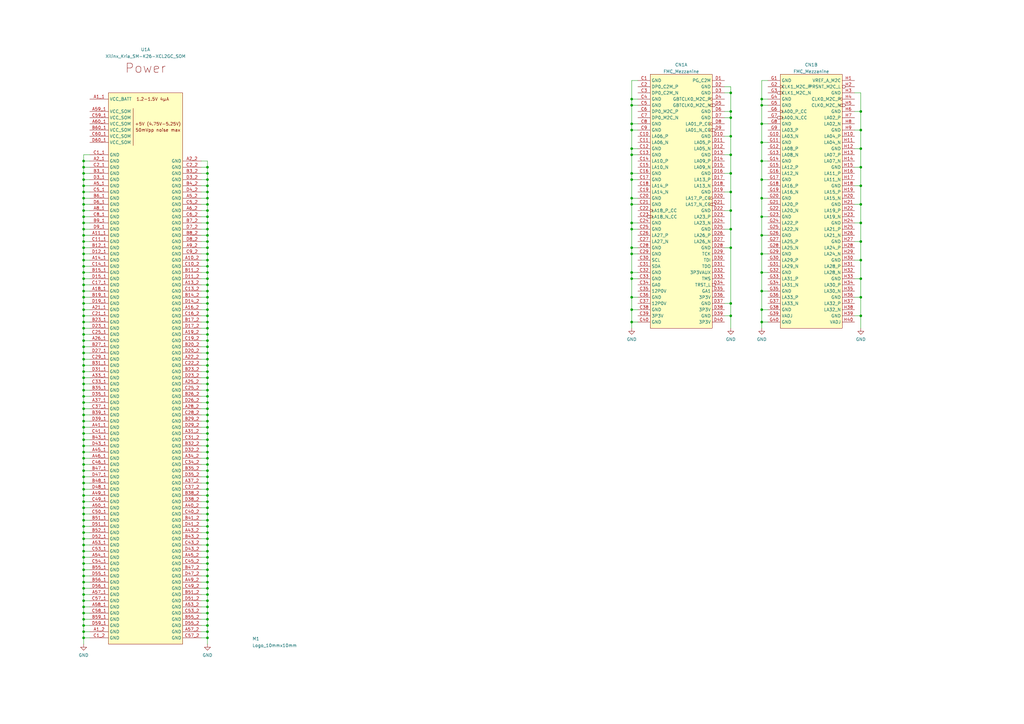
<source format=kicad_sch>
(kicad_sch (version 20210621) (generator eeschema)
  (paper "A3")
  (junction (at 34.29 66.04))
  (junction (at 34.29 68.58))
  (junction (at 34.29 71.12))
  (junction (at 34.29 73.66))
  (junction (at 34.29 76.2))
  (junction (at 34.29 78.74))
  (junction (at 34.29 81.28))
  (junction (at 34.29 83.82))
  (junction (at 34.29 86.36))
  (junction (at 34.29 88.9))
  (junction (at 34.29 91.44))
  (junction (at 34.29 93.98))
  (junction (at 34.29 96.52))
  (junction (at 34.29 99.06))
  (junction (at 34.29 101.6))
  (junction (at 34.29 104.14))
  (junction (at 34.29 106.68))
  (junction (at 34.29 109.22))
  (junction (at 34.29 111.76))
  (junction (at 34.29 114.3))
  (junction (at 34.29 116.84))
  (junction (at 34.29 119.38))
  (junction (at 34.29 121.92))
  (junction (at 34.29 124.46))
  (junction (at 34.29 127))
  (junction (at 34.29 129.54))
  (junction (at 34.29 132.08))
  (junction (at 34.29 134.62))
  (junction (at 34.29 137.16))
  (junction (at 34.29 139.7))
  (junction (at 34.29 142.24))
  (junction (at 34.29 144.78))
  (junction (at 34.29 147.32))
  (junction (at 34.29 149.86))
  (junction (at 34.29 152.4))
  (junction (at 34.29 154.94))
  (junction (at 34.29 157.48))
  (junction (at 34.29 160.02))
  (junction (at 34.29 162.56))
  (junction (at 34.29 165.1))
  (junction (at 34.29 167.64))
  (junction (at 34.29 170.18))
  (junction (at 34.29 172.72))
  (junction (at 34.29 175.26))
  (junction (at 34.29 177.8))
  (junction (at 34.29 180.34))
  (junction (at 34.29 182.88))
  (junction (at 34.29 185.42))
  (junction (at 34.29 187.96))
  (junction (at 34.29 190.5))
  (junction (at 34.29 193.04))
  (junction (at 34.29 195.58))
  (junction (at 34.29 198.12))
  (junction (at 34.29 200.66))
  (junction (at 34.29 203.2))
  (junction (at 34.29 205.74))
  (junction (at 34.29 208.28))
  (junction (at 34.29 210.82))
  (junction (at 34.29 213.36))
  (junction (at 34.29 215.9))
  (junction (at 34.29 218.44))
  (junction (at 34.29 220.98))
  (junction (at 34.29 223.52))
  (junction (at 34.29 226.06))
  (junction (at 34.29 228.6))
  (junction (at 34.29 231.14))
  (junction (at 34.29 233.68))
  (junction (at 34.29 236.22))
  (junction (at 34.29 238.76))
  (junction (at 34.29 241.3))
  (junction (at 34.29 243.84))
  (junction (at 34.29 246.38))
  (junction (at 34.29 248.92))
  (junction (at 34.29 251.46))
  (junction (at 34.29 254))
  (junction (at 34.29 256.54))
  (junction (at 34.29 259.08))
  (junction (at 34.29 261.62))
  (junction (at 85.09 68.58))
  (junction (at 85.09 71.12))
  (junction (at 85.09 73.66))
  (junction (at 85.09 76.2))
  (junction (at 85.09 78.74))
  (junction (at 85.09 81.28))
  (junction (at 85.09 83.82))
  (junction (at 85.09 86.36))
  (junction (at 85.09 88.9))
  (junction (at 85.09 91.44))
  (junction (at 85.09 93.98))
  (junction (at 85.09 96.52))
  (junction (at 85.09 99.06))
  (junction (at 85.09 101.6))
  (junction (at 85.09 104.14))
  (junction (at 85.09 106.68))
  (junction (at 85.09 109.22))
  (junction (at 85.09 111.76))
  (junction (at 85.09 114.3))
  (junction (at 85.09 116.84))
  (junction (at 85.09 119.38))
  (junction (at 85.09 121.92))
  (junction (at 85.09 124.46))
  (junction (at 85.09 127))
  (junction (at 85.09 129.54))
  (junction (at 85.09 132.08))
  (junction (at 85.09 134.62))
  (junction (at 85.09 137.16))
  (junction (at 85.09 139.7))
  (junction (at 85.09 142.24))
  (junction (at 85.09 144.78))
  (junction (at 85.09 147.32))
  (junction (at 85.09 149.86))
  (junction (at 85.09 152.4))
  (junction (at 85.09 154.94))
  (junction (at 85.09 157.48))
  (junction (at 85.09 160.02))
  (junction (at 85.09 162.56))
  (junction (at 85.09 165.1))
  (junction (at 85.09 167.64))
  (junction (at 85.09 170.18))
  (junction (at 85.09 172.72))
  (junction (at 85.09 175.26))
  (junction (at 85.09 177.8))
  (junction (at 85.09 180.34))
  (junction (at 85.09 182.88))
  (junction (at 85.09 185.42))
  (junction (at 85.09 187.96))
  (junction (at 85.09 190.5))
  (junction (at 85.09 193.04))
  (junction (at 85.09 195.58))
  (junction (at 85.09 198.12))
  (junction (at 85.09 200.66))
  (junction (at 85.09 203.2))
  (junction (at 85.09 205.74))
  (junction (at 85.09 208.28))
  (junction (at 85.09 210.82))
  (junction (at 85.09 213.36))
  (junction (at 85.09 215.9))
  (junction (at 85.09 218.44))
  (junction (at 85.09 220.98))
  (junction (at 85.09 223.52))
  (junction (at 85.09 226.06))
  (junction (at 85.09 228.6))
  (junction (at 85.09 231.14))
  (junction (at 85.09 233.68))
  (junction (at 85.09 236.22))
  (junction (at 85.09 238.76))
  (junction (at 85.09 241.3))
  (junction (at 85.09 243.84))
  (junction (at 85.09 246.38))
  (junction (at 85.09 248.92))
  (junction (at 85.09 251.46))
  (junction (at 85.09 254))
  (junction (at 85.09 256.54))
  (junction (at 85.09 259.08))
  (junction (at 85.09 261.62))
  (junction (at 259.08 40.64))
  (junction (at 259.08 43.18))
  (junction (at 259.08 50.8))
  (junction (at 259.08 53.34))
  (junction (at 259.08 60.96))
  (junction (at 259.08 63.5))
  (junction (at 259.08 71.12))
  (junction (at 259.08 73.66))
  (junction (at 259.08 81.28))
  (junction (at 259.08 83.82))
  (junction (at 259.08 91.44))
  (junction (at 259.08 93.98))
  (junction (at 259.08 101.6))
  (junction (at 259.08 104.14))
  (junction (at 259.08 111.76))
  (junction (at 259.08 114.3))
  (junction (at 259.08 121.92))
  (junction (at 259.08 127))
  (junction (at 259.08 132.08))
  (junction (at 299.72 38.1))
  (junction (at 299.72 45.72))
  (junction (at 299.72 48.26))
  (junction (at 299.72 55.88))
  (junction (at 299.72 63.5))
  (junction (at 299.72 71.12))
  (junction (at 299.72 78.74))
  (junction (at 299.72 86.36))
  (junction (at 299.72 93.98))
  (junction (at 299.72 101.6))
  (junction (at 299.72 124.46))
  (junction (at 299.72 129.54))
  (junction (at 312.42 40.64))
  (junction (at 312.42 43.18))
  (junction (at 312.42 50.8))
  (junction (at 312.42 58.42))
  (junction (at 312.42 66.04))
  (junction (at 312.42 73.66))
  (junction (at 312.42 81.28))
  (junction (at 312.42 88.9))
  (junction (at 312.42 96.52))
  (junction (at 312.42 104.14))
  (junction (at 312.42 111.76))
  (junction (at 312.42 119.38))
  (junction (at 312.42 127))
  (junction (at 312.42 132.08))
  (junction (at 353.06 45.72))
  (junction (at 353.06 53.34))
  (junction (at 353.06 60.96))
  (junction (at 353.06 68.58))
  (junction (at 353.06 76.2))
  (junction (at 353.06 83.82))
  (junction (at 353.06 91.44))
  (junction (at 353.06 99.06))
  (junction (at 353.06 106.68))
  (junction (at 353.06 114.3))
  (junction (at 353.06 121.92))
  (junction (at 353.06 129.54))
  (wire (pts (xy 34.29 63.5) (xy 34.29 66.04)))
  (wire (pts (xy 34.29 63.5) (xy 36.83 63.5)))
  (wire (pts (xy 34.29 66.04) (xy 34.29 68.58)))
  (wire (pts (xy 34.29 66.04) (xy 36.83 66.04)))
  (wire (pts (xy 34.29 68.58) (xy 34.29 71.12)))
  (wire (pts (xy 34.29 68.58) (xy 36.83 68.58)))
  (wire (pts (xy 34.29 71.12) (xy 34.29 73.66)))
  (wire (pts (xy 34.29 71.12) (xy 36.83 71.12)))
  (wire (pts (xy 34.29 73.66) (xy 34.29 76.2)))
  (wire (pts (xy 34.29 73.66) (xy 36.83 73.66)))
  (wire (pts (xy 34.29 76.2) (xy 34.29 78.74)))
  (wire (pts (xy 34.29 76.2) (xy 36.83 76.2)))
  (wire (pts (xy 34.29 78.74) (xy 34.29 81.28)))
  (wire (pts (xy 34.29 78.74) (xy 36.83 78.74)))
  (wire (pts (xy 34.29 81.28) (xy 34.29 83.82)))
  (wire (pts (xy 34.29 81.28) (xy 36.83 81.28)))
  (wire (pts (xy 34.29 83.82) (xy 34.29 86.36)))
  (wire (pts (xy 34.29 83.82) (xy 36.83 83.82)))
  (wire (pts (xy 34.29 86.36) (xy 34.29 88.9)))
  (wire (pts (xy 34.29 86.36) (xy 36.83 86.36)))
  (wire (pts (xy 34.29 88.9) (xy 34.29 91.44)))
  (wire (pts (xy 34.29 88.9) (xy 36.83 88.9)))
  (wire (pts (xy 34.29 91.44) (xy 34.29 93.98)))
  (wire (pts (xy 34.29 91.44) (xy 36.83 91.44)))
  (wire (pts (xy 34.29 93.98) (xy 34.29 96.52)))
  (wire (pts (xy 34.29 93.98) (xy 36.83 93.98)))
  (wire (pts (xy 34.29 96.52) (xy 34.29 99.06)))
  (wire (pts (xy 34.29 96.52) (xy 36.83 96.52)))
  (wire (pts (xy 34.29 99.06) (xy 34.29 101.6)))
  (wire (pts (xy 34.29 99.06) (xy 36.83 99.06)))
  (wire (pts (xy 34.29 101.6) (xy 34.29 104.14)))
  (wire (pts (xy 34.29 101.6) (xy 36.83 101.6)))
  (wire (pts (xy 34.29 104.14) (xy 34.29 106.68)))
  (wire (pts (xy 34.29 104.14) (xy 36.83 104.14)))
  (wire (pts (xy 34.29 106.68) (xy 34.29 109.22)))
  (wire (pts (xy 34.29 106.68) (xy 36.83 106.68)))
  (wire (pts (xy 34.29 109.22) (xy 34.29 111.76)))
  (wire (pts (xy 34.29 109.22) (xy 36.83 109.22)))
  (wire (pts (xy 34.29 111.76) (xy 34.29 114.3)))
  (wire (pts (xy 34.29 111.76) (xy 36.83 111.76)))
  (wire (pts (xy 34.29 114.3) (xy 34.29 116.84)))
  (wire (pts (xy 34.29 114.3) (xy 36.83 114.3)))
  (wire (pts (xy 34.29 116.84) (xy 34.29 119.38)))
  (wire (pts (xy 34.29 116.84) (xy 36.83 116.84)))
  (wire (pts (xy 34.29 119.38) (xy 34.29 121.92)))
  (wire (pts (xy 34.29 119.38) (xy 36.83 119.38)))
  (wire (pts (xy 34.29 121.92) (xy 34.29 124.46)))
  (wire (pts (xy 34.29 121.92) (xy 36.83 121.92)))
  (wire (pts (xy 34.29 124.46) (xy 34.29 127)))
  (wire (pts (xy 34.29 124.46) (xy 36.83 124.46)))
  (wire (pts (xy 34.29 127) (xy 34.29 129.54)))
  (wire (pts (xy 34.29 127) (xy 36.83 127)))
  (wire (pts (xy 34.29 129.54) (xy 34.29 132.08)))
  (wire (pts (xy 34.29 129.54) (xy 36.83 129.54)))
  (wire (pts (xy 34.29 132.08) (xy 34.29 134.62)))
  (wire (pts (xy 34.29 132.08) (xy 36.83 132.08)))
  (wire (pts (xy 34.29 134.62) (xy 34.29 137.16)))
  (wire (pts (xy 34.29 134.62) (xy 36.83 134.62)))
  (wire (pts (xy 34.29 137.16) (xy 34.29 139.7)))
  (wire (pts (xy 34.29 137.16) (xy 36.83 137.16)))
  (wire (pts (xy 34.29 139.7) (xy 34.29 142.24)))
  (wire (pts (xy 34.29 139.7) (xy 36.83 139.7)))
  (wire (pts (xy 34.29 142.24) (xy 34.29 144.78)))
  (wire (pts (xy 34.29 142.24) (xy 36.83 142.24)))
  (wire (pts (xy 34.29 144.78) (xy 34.29 147.32)))
  (wire (pts (xy 34.29 144.78) (xy 36.83 144.78)))
  (wire (pts (xy 34.29 147.32) (xy 34.29 149.86)))
  (wire (pts (xy 34.29 147.32) (xy 36.83 147.32)))
  (wire (pts (xy 34.29 149.86) (xy 34.29 152.4)))
  (wire (pts (xy 34.29 149.86) (xy 36.83 149.86)))
  (wire (pts (xy 34.29 152.4) (xy 34.29 154.94)))
  (wire (pts (xy 34.29 152.4) (xy 36.83 152.4)))
  (wire (pts (xy 34.29 154.94) (xy 34.29 157.48)))
  (wire (pts (xy 34.29 154.94) (xy 36.83 154.94)))
  (wire (pts (xy 34.29 157.48) (xy 34.29 160.02)))
  (wire (pts (xy 34.29 157.48) (xy 36.83 157.48)))
  (wire (pts (xy 34.29 160.02) (xy 34.29 162.56)))
  (wire (pts (xy 34.29 160.02) (xy 36.83 160.02)))
  (wire (pts (xy 34.29 162.56) (xy 34.29 165.1)))
  (wire (pts (xy 34.29 162.56) (xy 36.83 162.56)))
  (wire (pts (xy 34.29 165.1) (xy 34.29 167.64)))
  (wire (pts (xy 34.29 165.1) (xy 36.83 165.1)))
  (wire (pts (xy 34.29 167.64) (xy 34.29 170.18)))
  (wire (pts (xy 34.29 167.64) (xy 36.83 167.64)))
  (wire (pts (xy 34.29 170.18) (xy 34.29 172.72)))
  (wire (pts (xy 34.29 170.18) (xy 36.83 170.18)))
  (wire (pts (xy 34.29 172.72) (xy 34.29 175.26)))
  (wire (pts (xy 34.29 172.72) (xy 36.83 172.72)))
  (wire (pts (xy 34.29 175.26) (xy 34.29 177.8)))
  (wire (pts (xy 34.29 175.26) (xy 36.83 175.26)))
  (wire (pts (xy 34.29 177.8) (xy 34.29 180.34)))
  (wire (pts (xy 34.29 177.8) (xy 36.83 177.8)))
  (wire (pts (xy 34.29 180.34) (xy 34.29 182.88)))
  (wire (pts (xy 34.29 180.34) (xy 36.83 180.34)))
  (wire (pts (xy 34.29 182.88) (xy 34.29 185.42)))
  (wire (pts (xy 34.29 182.88) (xy 36.83 182.88)))
  (wire (pts (xy 34.29 185.42) (xy 34.29 187.96)))
  (wire (pts (xy 34.29 185.42) (xy 36.83 185.42)))
  (wire (pts (xy 34.29 187.96) (xy 34.29 190.5)))
  (wire (pts (xy 34.29 187.96) (xy 36.83 187.96)))
  (wire (pts (xy 34.29 190.5) (xy 34.29 193.04)))
  (wire (pts (xy 34.29 190.5) (xy 36.83 190.5)))
  (wire (pts (xy 34.29 193.04) (xy 34.29 195.58)))
  (wire (pts (xy 34.29 193.04) (xy 36.83 193.04)))
  (wire (pts (xy 34.29 195.58) (xy 34.29 198.12)))
  (wire (pts (xy 34.29 195.58) (xy 36.83 195.58)))
  (wire (pts (xy 34.29 198.12) (xy 34.29 200.66)))
  (wire (pts (xy 34.29 198.12) (xy 36.83 198.12)))
  (wire (pts (xy 34.29 200.66) (xy 34.29 203.2)))
  (wire (pts (xy 34.29 200.66) (xy 36.83 200.66)))
  (wire (pts (xy 34.29 203.2) (xy 34.29 205.74)))
  (wire (pts (xy 34.29 203.2) (xy 36.83 203.2)))
  (wire (pts (xy 34.29 205.74) (xy 34.29 208.28)))
  (wire (pts (xy 34.29 205.74) (xy 36.83 205.74)))
  (wire (pts (xy 34.29 208.28) (xy 34.29 210.82)))
  (wire (pts (xy 34.29 208.28) (xy 36.83 208.28)))
  (wire (pts (xy 34.29 210.82) (xy 34.29 213.36)))
  (wire (pts (xy 34.29 210.82) (xy 36.83 210.82)))
  (wire (pts (xy 34.29 213.36) (xy 34.29 215.9)))
  (wire (pts (xy 34.29 213.36) (xy 36.83 213.36)))
  (wire (pts (xy 34.29 215.9) (xy 34.29 218.44)))
  (wire (pts (xy 34.29 215.9) (xy 36.83 215.9)))
  (wire (pts (xy 34.29 218.44) (xy 34.29 220.98)))
  (wire (pts (xy 34.29 218.44) (xy 36.83 218.44)))
  (wire (pts (xy 34.29 220.98) (xy 34.29 223.52)))
  (wire (pts (xy 34.29 220.98) (xy 36.83 220.98)))
  (wire (pts (xy 34.29 223.52) (xy 34.29 226.06)))
  (wire (pts (xy 34.29 223.52) (xy 36.83 223.52)))
  (wire (pts (xy 34.29 226.06) (xy 34.29 228.6)))
  (wire (pts (xy 34.29 226.06) (xy 36.83 226.06)))
  (wire (pts (xy 34.29 228.6) (xy 34.29 231.14)))
  (wire (pts (xy 34.29 228.6) (xy 36.83 228.6)))
  (wire (pts (xy 34.29 231.14) (xy 34.29 233.68)))
  (wire (pts (xy 34.29 231.14) (xy 36.83 231.14)))
  (wire (pts (xy 34.29 233.68) (xy 34.29 236.22)))
  (wire (pts (xy 34.29 233.68) (xy 36.83 233.68)))
  (wire (pts (xy 34.29 236.22) (xy 34.29 238.76)))
  (wire (pts (xy 34.29 236.22) (xy 36.83 236.22)))
  (wire (pts (xy 34.29 238.76) (xy 34.29 241.3)))
  (wire (pts (xy 34.29 238.76) (xy 36.83 238.76)))
  (wire (pts (xy 34.29 241.3) (xy 34.29 243.84)))
  (wire (pts (xy 34.29 241.3) (xy 36.83 241.3)))
  (wire (pts (xy 34.29 243.84) (xy 34.29 246.38)))
  (wire (pts (xy 34.29 243.84) (xy 36.83 243.84)))
  (wire (pts (xy 34.29 246.38) (xy 34.29 248.92)))
  (wire (pts (xy 34.29 246.38) (xy 36.83 246.38)))
  (wire (pts (xy 34.29 248.92) (xy 34.29 251.46)))
  (wire (pts (xy 34.29 248.92) (xy 36.83 248.92)))
  (wire (pts (xy 34.29 251.46) (xy 34.29 254)))
  (wire (pts (xy 34.29 251.46) (xy 36.83 251.46)))
  (wire (pts (xy 34.29 254) (xy 34.29 256.54)))
  (wire (pts (xy 34.29 254) (xy 36.83 254)))
  (wire (pts (xy 34.29 256.54) (xy 34.29 259.08)))
  (wire (pts (xy 34.29 256.54) (xy 36.83 256.54)))
  (wire (pts (xy 34.29 259.08) (xy 34.29 261.62)))
  (wire (pts (xy 34.29 259.08) (xy 36.83 259.08)))
  (wire (pts (xy 34.29 261.62) (xy 34.29 264.16)))
  (wire (pts (xy 34.29 261.62) (xy 36.83 261.62)))
  (wire (pts (xy 82.55 66.04) (xy 85.09 66.04)))
  (wire (pts (xy 82.55 68.58) (xy 85.09 68.58)))
  (wire (pts (xy 82.55 71.12) (xy 85.09 71.12)))
  (wire (pts (xy 82.55 73.66) (xy 85.09 73.66)))
  (wire (pts (xy 82.55 76.2) (xy 85.09 76.2)))
  (wire (pts (xy 82.55 78.74) (xy 85.09 78.74)))
  (wire (pts (xy 82.55 81.28) (xy 85.09 81.28)))
  (wire (pts (xy 82.55 83.82) (xy 85.09 83.82)))
  (wire (pts (xy 82.55 86.36) (xy 85.09 86.36)))
  (wire (pts (xy 82.55 88.9) (xy 85.09 88.9)))
  (wire (pts (xy 82.55 91.44) (xy 85.09 91.44)))
  (wire (pts (xy 82.55 93.98) (xy 85.09 93.98)))
  (wire (pts (xy 82.55 96.52) (xy 85.09 96.52)))
  (wire (pts (xy 82.55 99.06) (xy 85.09 99.06)))
  (wire (pts (xy 82.55 101.6) (xy 85.09 101.6)))
  (wire (pts (xy 82.55 104.14) (xy 85.09 104.14)))
  (wire (pts (xy 82.55 106.68) (xy 85.09 106.68)))
  (wire (pts (xy 82.55 109.22) (xy 85.09 109.22)))
  (wire (pts (xy 82.55 111.76) (xy 85.09 111.76)))
  (wire (pts (xy 82.55 114.3) (xy 85.09 114.3)))
  (wire (pts (xy 82.55 116.84) (xy 85.09 116.84)))
  (wire (pts (xy 82.55 119.38) (xy 85.09 119.38)))
  (wire (pts (xy 82.55 121.92) (xy 85.09 121.92)))
  (wire (pts (xy 82.55 124.46) (xy 85.09 124.46)))
  (wire (pts (xy 82.55 127) (xy 85.09 127)))
  (wire (pts (xy 82.55 129.54) (xy 85.09 129.54)))
  (wire (pts (xy 82.55 132.08) (xy 85.09 132.08)))
  (wire (pts (xy 82.55 134.62) (xy 85.09 134.62)))
  (wire (pts (xy 82.55 137.16) (xy 85.09 137.16)))
  (wire (pts (xy 82.55 139.7) (xy 85.09 139.7)))
  (wire (pts (xy 82.55 142.24) (xy 85.09 142.24)))
  (wire (pts (xy 82.55 144.78) (xy 85.09 144.78)))
  (wire (pts (xy 82.55 147.32) (xy 85.09 147.32)))
  (wire (pts (xy 82.55 149.86) (xy 85.09 149.86)))
  (wire (pts (xy 82.55 152.4) (xy 85.09 152.4)))
  (wire (pts (xy 82.55 154.94) (xy 85.09 154.94)))
  (wire (pts (xy 82.55 157.48) (xy 85.09 157.48)))
  (wire (pts (xy 82.55 160.02) (xy 85.09 160.02)))
  (wire (pts (xy 82.55 162.56) (xy 85.09 162.56)))
  (wire (pts (xy 82.55 165.1) (xy 85.09 165.1)))
  (wire (pts (xy 82.55 167.64) (xy 85.09 167.64)))
  (wire (pts (xy 82.55 170.18) (xy 85.09 170.18)))
  (wire (pts (xy 82.55 172.72) (xy 85.09 172.72)))
  (wire (pts (xy 82.55 175.26) (xy 85.09 175.26)))
  (wire (pts (xy 82.55 177.8) (xy 85.09 177.8)))
  (wire (pts (xy 82.55 180.34) (xy 85.09 180.34)))
  (wire (pts (xy 82.55 182.88) (xy 85.09 182.88)))
  (wire (pts (xy 82.55 185.42) (xy 85.09 185.42)))
  (wire (pts (xy 82.55 187.96) (xy 85.09 187.96)))
  (wire (pts (xy 82.55 190.5) (xy 85.09 190.5)))
  (wire (pts (xy 82.55 193.04) (xy 85.09 193.04)))
  (wire (pts (xy 82.55 195.58) (xy 85.09 195.58)))
  (wire (pts (xy 82.55 198.12) (xy 85.09 198.12)))
  (wire (pts (xy 82.55 200.66) (xy 85.09 200.66)))
  (wire (pts (xy 82.55 203.2) (xy 85.09 203.2)))
  (wire (pts (xy 82.55 205.74) (xy 85.09 205.74)))
  (wire (pts (xy 82.55 208.28) (xy 85.09 208.28)))
  (wire (pts (xy 82.55 210.82) (xy 85.09 210.82)))
  (wire (pts (xy 82.55 213.36) (xy 85.09 213.36)))
  (wire (pts (xy 82.55 215.9) (xy 85.09 215.9)))
  (wire (pts (xy 82.55 218.44) (xy 85.09 218.44)))
  (wire (pts (xy 82.55 220.98) (xy 85.09 220.98)))
  (wire (pts (xy 82.55 223.52) (xy 85.09 223.52)))
  (wire (pts (xy 82.55 226.06) (xy 85.09 226.06)))
  (wire (pts (xy 82.55 228.6) (xy 85.09 228.6)))
  (wire (pts (xy 82.55 231.14) (xy 85.09 231.14)))
  (wire (pts (xy 82.55 233.68) (xy 85.09 233.68)))
  (wire (pts (xy 82.55 236.22) (xy 85.09 236.22)))
  (wire (pts (xy 82.55 238.76) (xy 85.09 238.76)))
  (wire (pts (xy 82.55 241.3) (xy 85.09 241.3)))
  (wire (pts (xy 82.55 243.84) (xy 85.09 243.84)))
  (wire (pts (xy 82.55 246.38) (xy 85.09 246.38)))
  (wire (pts (xy 82.55 248.92) (xy 85.09 248.92)))
  (wire (pts (xy 82.55 251.46) (xy 85.09 251.46)))
  (wire (pts (xy 82.55 254) (xy 85.09 254)))
  (wire (pts (xy 82.55 256.54) (xy 85.09 256.54)))
  (wire (pts (xy 82.55 259.08) (xy 85.09 259.08)))
  (wire (pts (xy 82.55 261.62) (xy 85.09 261.62)))
  (wire (pts (xy 85.09 66.04) (xy 85.09 68.58)))
  (wire (pts (xy 85.09 68.58) (xy 85.09 71.12)))
  (wire (pts (xy 85.09 71.12) (xy 85.09 73.66)))
  (wire (pts (xy 85.09 73.66) (xy 85.09 76.2)))
  (wire (pts (xy 85.09 76.2) (xy 85.09 78.74)))
  (wire (pts (xy 85.09 78.74) (xy 85.09 81.28)))
  (wire (pts (xy 85.09 81.28) (xy 85.09 83.82)))
  (wire (pts (xy 85.09 83.82) (xy 85.09 86.36)))
  (wire (pts (xy 85.09 86.36) (xy 85.09 88.9)))
  (wire (pts (xy 85.09 88.9) (xy 85.09 91.44)))
  (wire (pts (xy 85.09 91.44) (xy 85.09 93.98)))
  (wire (pts (xy 85.09 93.98) (xy 85.09 96.52)))
  (wire (pts (xy 85.09 96.52) (xy 85.09 99.06)))
  (wire (pts (xy 85.09 99.06) (xy 85.09 101.6)))
  (wire (pts (xy 85.09 101.6) (xy 85.09 104.14)))
  (wire (pts (xy 85.09 104.14) (xy 85.09 106.68)))
  (wire (pts (xy 85.09 106.68) (xy 85.09 109.22)))
  (wire (pts (xy 85.09 109.22) (xy 85.09 111.76)))
  (wire (pts (xy 85.09 111.76) (xy 85.09 114.3)))
  (wire (pts (xy 85.09 114.3) (xy 85.09 116.84)))
  (wire (pts (xy 85.09 116.84) (xy 85.09 119.38)))
  (wire (pts (xy 85.09 119.38) (xy 85.09 121.92)))
  (wire (pts (xy 85.09 121.92) (xy 85.09 124.46)))
  (wire (pts (xy 85.09 124.46) (xy 85.09 127)))
  (wire (pts (xy 85.09 127) (xy 85.09 129.54)))
  (wire (pts (xy 85.09 129.54) (xy 85.09 132.08)))
  (wire (pts (xy 85.09 132.08) (xy 85.09 134.62)))
  (wire (pts (xy 85.09 134.62) (xy 85.09 137.16)))
  (wire (pts (xy 85.09 137.16) (xy 85.09 139.7)))
  (wire (pts (xy 85.09 139.7) (xy 85.09 142.24)))
  (wire (pts (xy 85.09 142.24) (xy 85.09 144.78)))
  (wire (pts (xy 85.09 144.78) (xy 85.09 147.32)))
  (wire (pts (xy 85.09 147.32) (xy 85.09 149.86)))
  (wire (pts (xy 85.09 149.86) (xy 85.09 152.4)))
  (wire (pts (xy 85.09 152.4) (xy 85.09 154.94)))
  (wire (pts (xy 85.09 154.94) (xy 85.09 157.48)))
  (wire (pts (xy 85.09 157.48) (xy 85.09 160.02)))
  (wire (pts (xy 85.09 160.02) (xy 85.09 162.56)))
  (wire (pts (xy 85.09 162.56) (xy 85.09 165.1)))
  (wire (pts (xy 85.09 165.1) (xy 85.09 167.64)))
  (wire (pts (xy 85.09 167.64) (xy 85.09 170.18)))
  (wire (pts (xy 85.09 170.18) (xy 85.09 172.72)))
  (wire (pts (xy 85.09 172.72) (xy 85.09 175.26)))
  (wire (pts (xy 85.09 175.26) (xy 85.09 177.8)))
  (wire (pts (xy 85.09 177.8) (xy 85.09 180.34)))
  (wire (pts (xy 85.09 180.34) (xy 85.09 182.88)))
  (wire (pts (xy 85.09 182.88) (xy 85.09 185.42)))
  (wire (pts (xy 85.09 185.42) (xy 85.09 187.96)))
  (wire (pts (xy 85.09 187.96) (xy 85.09 190.5)))
  (wire (pts (xy 85.09 190.5) (xy 85.09 193.04)))
  (wire (pts (xy 85.09 193.04) (xy 85.09 195.58)))
  (wire (pts (xy 85.09 195.58) (xy 85.09 198.12)))
  (wire (pts (xy 85.09 198.12) (xy 85.09 200.66)))
  (wire (pts (xy 85.09 200.66) (xy 85.09 203.2)))
  (wire (pts (xy 85.09 203.2) (xy 85.09 205.74)))
  (wire (pts (xy 85.09 205.74) (xy 85.09 208.28)))
  (wire (pts (xy 85.09 208.28) (xy 85.09 210.82)))
  (wire (pts (xy 85.09 210.82) (xy 85.09 213.36)))
  (wire (pts (xy 85.09 213.36) (xy 85.09 215.9)))
  (wire (pts (xy 85.09 215.9) (xy 85.09 218.44)))
  (wire (pts (xy 85.09 218.44) (xy 85.09 220.98)))
  (wire (pts (xy 85.09 220.98) (xy 85.09 223.52)))
  (wire (pts (xy 85.09 223.52) (xy 85.09 226.06)))
  (wire (pts (xy 85.09 226.06) (xy 85.09 228.6)))
  (wire (pts (xy 85.09 228.6) (xy 85.09 231.14)))
  (wire (pts (xy 85.09 231.14) (xy 85.09 233.68)))
  (wire (pts (xy 85.09 233.68) (xy 85.09 236.22)))
  (wire (pts (xy 85.09 236.22) (xy 85.09 238.76)))
  (wire (pts (xy 85.09 238.76) (xy 85.09 241.3)))
  (wire (pts (xy 85.09 241.3) (xy 85.09 243.84)))
  (wire (pts (xy 85.09 243.84) (xy 85.09 246.38)))
  (wire (pts (xy 85.09 246.38) (xy 85.09 248.92)))
  (wire (pts (xy 85.09 248.92) (xy 85.09 251.46)))
  (wire (pts (xy 85.09 251.46) (xy 85.09 254)))
  (wire (pts (xy 85.09 254) (xy 85.09 256.54)))
  (wire (pts (xy 85.09 256.54) (xy 85.09 259.08)))
  (wire (pts (xy 85.09 259.08) (xy 85.09 261.62)))
  (wire (pts (xy 85.09 261.62) (xy 85.09 264.16)))
  (wire (pts (xy 259.08 33.02) (xy 261.62 33.02)))
  (wire (pts (xy 259.08 40.64) (xy 259.08 33.02)))
  (wire (pts (xy 259.08 40.64) (xy 261.62 40.64)))
  (wire (pts (xy 259.08 43.18) (xy 259.08 40.64)))
  (wire (pts (xy 259.08 43.18) (xy 261.62 43.18)))
  (wire (pts (xy 259.08 50.8) (xy 259.08 43.18)))
  (wire (pts (xy 259.08 50.8) (xy 261.62 50.8)))
  (wire (pts (xy 259.08 53.34) (xy 259.08 50.8)))
  (wire (pts (xy 259.08 53.34) (xy 261.62 53.34)))
  (wire (pts (xy 259.08 60.96) (xy 259.08 53.34)))
  (wire (pts (xy 259.08 60.96) (xy 261.62 60.96)))
  (wire (pts (xy 259.08 63.5) (xy 259.08 60.96)))
  (wire (pts (xy 259.08 63.5) (xy 261.62 63.5)))
  (wire (pts (xy 259.08 71.12) (xy 259.08 63.5)))
  (wire (pts (xy 259.08 71.12) (xy 261.62 71.12)))
  (wire (pts (xy 259.08 73.66) (xy 259.08 71.12)))
  (wire (pts (xy 259.08 73.66) (xy 261.62 73.66)))
  (wire (pts (xy 259.08 81.28) (xy 259.08 73.66)))
  (wire (pts (xy 259.08 81.28) (xy 261.62 81.28)))
  (wire (pts (xy 259.08 83.82) (xy 259.08 81.28)))
  (wire (pts (xy 259.08 83.82) (xy 261.62 83.82)))
  (wire (pts (xy 259.08 91.44) (xy 259.08 83.82)))
  (wire (pts (xy 259.08 91.44) (xy 261.62 91.44)))
  (wire (pts (xy 259.08 93.98) (xy 259.08 91.44)))
  (wire (pts (xy 259.08 93.98) (xy 261.62 93.98)))
  (wire (pts (xy 259.08 101.6) (xy 259.08 93.98)))
  (wire (pts (xy 259.08 101.6) (xy 261.62 101.6)))
  (wire (pts (xy 259.08 104.14) (xy 259.08 101.6)))
  (wire (pts (xy 259.08 104.14) (xy 261.62 104.14)))
  (wire (pts (xy 259.08 111.76) (xy 259.08 104.14)))
  (wire (pts (xy 259.08 111.76) (xy 261.62 111.76)))
  (wire (pts (xy 259.08 114.3) (xy 259.08 111.76)))
  (wire (pts (xy 259.08 114.3) (xy 261.62 114.3)))
  (wire (pts (xy 259.08 121.92) (xy 259.08 114.3)))
  (wire (pts (xy 259.08 121.92) (xy 259.08 127)))
  (wire (pts (xy 259.08 121.92) (xy 261.62 121.92)))
  (wire (pts (xy 259.08 127) (xy 259.08 132.08)))
  (wire (pts (xy 259.08 127) (xy 261.62 127)))
  (wire (pts (xy 259.08 132.08) (xy 261.62 132.08)))
  (wire (pts (xy 259.08 134.62) (xy 259.08 132.08)))
  (wire (pts (xy 297.18 38.1) (xy 299.72 38.1)))
  (wire (pts (xy 297.18 45.72) (xy 299.72 45.72)))
  (wire (pts (xy 297.18 48.26) (xy 299.72 48.26)))
  (wire (pts (xy 297.18 55.88) (xy 299.72 55.88)))
  (wire (pts (xy 297.18 63.5) (xy 299.72 63.5)))
  (wire (pts (xy 297.18 71.12) (xy 299.72 71.12)))
  (wire (pts (xy 297.18 78.74) (xy 299.72 78.74)))
  (wire (pts (xy 297.18 86.36) (xy 299.72 86.36)))
  (wire (pts (xy 297.18 93.98) (xy 299.72 93.98)))
  (wire (pts (xy 297.18 101.6) (xy 299.72 101.6)))
  (wire (pts (xy 297.18 124.46) (xy 299.72 124.46)))
  (wire (pts (xy 297.18 129.54) (xy 299.72 129.54)))
  (wire (pts (xy 299.72 35.56) (xy 297.18 35.56)))
  (wire (pts (xy 299.72 38.1) (xy 299.72 35.56)))
  (wire (pts (xy 299.72 45.72) (xy 299.72 38.1)))
  (wire (pts (xy 299.72 48.26) (xy 299.72 45.72)))
  (wire (pts (xy 299.72 55.88) (xy 299.72 48.26)))
  (wire (pts (xy 299.72 63.5) (xy 299.72 55.88)))
  (wire (pts (xy 299.72 71.12) (xy 299.72 63.5)))
  (wire (pts (xy 299.72 78.74) (xy 299.72 71.12)))
  (wire (pts (xy 299.72 86.36) (xy 299.72 78.74)))
  (wire (pts (xy 299.72 93.98) (xy 299.72 86.36)))
  (wire (pts (xy 299.72 101.6) (xy 299.72 93.98)))
  (wire (pts (xy 299.72 101.6) (xy 299.72 124.46)))
  (wire (pts (xy 299.72 124.46) (xy 299.72 129.54)))
  (wire (pts (xy 299.72 129.54) (xy 299.72 134.62)))
  (wire (pts (xy 312.42 33.02) (xy 314.96 33.02)))
  (wire (pts (xy 312.42 40.64) (xy 312.42 33.02)))
  (wire (pts (xy 312.42 40.64) (xy 314.96 40.64)))
  (wire (pts (xy 312.42 43.18) (xy 312.42 40.64)))
  (wire (pts (xy 312.42 43.18) (xy 314.96 43.18)))
  (wire (pts (xy 312.42 50.8) (xy 312.42 43.18)))
  (wire (pts (xy 312.42 50.8) (xy 314.96 50.8)))
  (wire (pts (xy 312.42 58.42) (xy 312.42 50.8)))
  (wire (pts (xy 312.42 58.42) (xy 314.96 58.42)))
  (wire (pts (xy 312.42 66.04) (xy 312.42 58.42)))
  (wire (pts (xy 312.42 66.04) (xy 314.96 66.04)))
  (wire (pts (xy 312.42 73.66) (xy 312.42 66.04)))
  (wire (pts (xy 312.42 73.66) (xy 314.96 73.66)))
  (wire (pts (xy 312.42 81.28) (xy 312.42 73.66)))
  (wire (pts (xy 312.42 81.28) (xy 314.96 81.28)))
  (wire (pts (xy 312.42 88.9) (xy 312.42 81.28)))
  (wire (pts (xy 312.42 88.9) (xy 314.96 88.9)))
  (wire (pts (xy 312.42 96.52) (xy 312.42 88.9)))
  (wire (pts (xy 312.42 96.52) (xy 314.96 96.52)))
  (wire (pts (xy 312.42 104.14) (xy 312.42 96.52)))
  (wire (pts (xy 312.42 104.14) (xy 314.96 104.14)))
  (wire (pts (xy 312.42 111.76) (xy 312.42 104.14)))
  (wire (pts (xy 312.42 111.76) (xy 314.96 111.76)))
  (wire (pts (xy 312.42 119.38) (xy 312.42 111.76)))
  (wire (pts (xy 312.42 119.38) (xy 314.96 119.38)))
  (wire (pts (xy 312.42 127) (xy 312.42 119.38)))
  (wire (pts (xy 312.42 127) (xy 314.96 127)))
  (wire (pts (xy 312.42 132.08) (xy 312.42 127)))
  (wire (pts (xy 312.42 132.08) (xy 314.96 132.08)))
  (wire (pts (xy 312.42 134.62) (xy 312.42 132.08)))
  (wire (pts (xy 350.52 45.72) (xy 353.06 45.72)))
  (wire (pts (xy 350.52 53.34) (xy 353.06 53.34)))
  (wire (pts (xy 350.52 60.96) (xy 353.06 60.96)))
  (wire (pts (xy 350.52 68.58) (xy 353.06 68.58)))
  (wire (pts (xy 350.52 76.2) (xy 353.06 76.2)))
  (wire (pts (xy 350.52 83.82) (xy 353.06 83.82)))
  (wire (pts (xy 350.52 91.44) (xy 353.06 91.44)))
  (wire (pts (xy 350.52 99.06) (xy 353.06 99.06)))
  (wire (pts (xy 350.52 106.68) (xy 353.06 106.68)))
  (wire (pts (xy 350.52 114.3) (xy 353.06 114.3)))
  (wire (pts (xy 350.52 121.92) (xy 353.06 121.92)))
  (wire (pts (xy 350.52 129.54) (xy 353.06 129.54)))
  (wire (pts (xy 353.06 38.1) (xy 350.52 38.1)))
  (wire (pts (xy 353.06 45.72) (xy 353.06 38.1)))
  (wire (pts (xy 353.06 53.34) (xy 353.06 45.72)))
  (wire (pts (xy 353.06 60.96) (xy 353.06 53.34)))
  (wire (pts (xy 353.06 68.58) (xy 353.06 60.96)))
  (wire (pts (xy 353.06 76.2) (xy 353.06 68.58)))
  (wire (pts (xy 353.06 83.82) (xy 353.06 76.2)))
  (wire (pts (xy 353.06 91.44) (xy 353.06 83.82)))
  (wire (pts (xy 353.06 99.06) (xy 353.06 91.44)))
  (wire (pts (xy 353.06 106.68) (xy 353.06 99.06)))
  (wire (pts (xy 353.06 114.3) (xy 353.06 106.68)))
  (wire (pts (xy 353.06 121.92) (xy 353.06 114.3)))
  (wire (pts (xy 353.06 129.54) (xy 353.06 121.92)))
  (wire (pts (xy 353.06 134.62) (xy 353.06 129.54)))
  (symbol (lib_id "Misc_WUT:Logo_10mmx10mm") (at 102.87 262.89 0) (unit 1) (in_bom no)
    (property "Reference" "M1" (at 103.505 261.9815 0) (effects (justify left)))
    (property "Value" "Logo_10mmx10mm" (at 103.505 264.7566 0) (effects (justify left)))
    (property "Footprint" "Misc_WUT:Logo_10mmx10mm" (effects hide))
  )
  (symbol (lib_id "power:GND") (at 34.29 264.16 0) (unit 1)
    (property "Reference" "#PWR01" (effects hide))
    (property "Value" "GND" (at 34.29 268.7226 0))
  )
  (symbol (lib_id "power:GND") (at 85.09 264.16 0) (unit 1)
    (property "Reference" "#PWR02" (effects hide))
    (property "Value" "GND" (at 85.09 268.7226 0))
  )
  (symbol (lib_id "power:GND") (at 259.08 134.62 0) (unit 1)
    (property "Reference" "#PWR03" (effects hide))
    (property "Value" "GND" (at 259.08 139.1826 0))
  )
  (symbol (lib_id "power:GND") (at 299.72 134.62 0) (unit 1)
    (property "Reference" "#PWR04" (effects hide))
    (property "Value" "GND" (at 299.72 139.1826 0))
  )
  (symbol (lib_id "power:GND") (at 312.42 134.62 0) (unit 1)
    (property "Reference" "#PWR05" (effects hide))
    (property "Value" "GND" (at 312.42 139.1826 0))
  )
  (symbol (lib_id "power:GND") (at 353.06 134.62 0) (unit 1)
    (property "Reference" "#PWR06" (effects hide))
    (property "Value" "GND" (at 353.06 139.1826 0))
  )
  (symbol (lib_id "Connector_WUT:FMC_Mezzanine") (at 279.4 33.02 0) (unit 1)
    (property "Reference" "CN1" (at 279.4 26.5642 0))
    (property "Value" "FMC_Mezzanine" (at 279.4 29.3393 0))
    (property "Footprint" "Connector_WUT:Samtec_FMC_ASP-134604-01_4x40_Vertical" (effects hide))
    (property "Datasheet" "https://www.farnell.com/datasheets/2159020.pdf" (effects hide))
    (property "Manufacturer" "Samtec" (effects hide))
    (property "MPN" "ASP-134604-01" (effects hide))
  )
  (symbol (lib_id "Connector_WUT:FMC_Mezzanine") (at 332.74 33.02 0) (unit 2)
    (property "Reference" "CN1" (at 332.74 26.5642 0))
    (property "Value" "FMC_Mezzanine" (at 332.74 29.3393 0))
    (property "Footprint" "Connector_WUT:Samtec_FMC_ASP-134604-01_4x40_Vertical" (effects hide))
    (property "Datasheet" "https://www.farnell.com/datasheets/2159020.pdf" (effects hide))
    (property "Manufacturer" "Samtec" (effects hide))
    (property "MPN" "ASP-134604-01" (effects hide))
  )
  (symbol (lib_id "Modules_WUT:Xilinx_Kria_SM-K26-XCL2GC_SOM") (at 59.69 38.1 0) (unit 1)
    (property "Reference" "U1" (at 59.69 20.319 0))
    (property "Value" "Xilinx_Kria_SM-K26-XCL2GC_SOM" (at 59.69 23.0941 0))
    (property "Footprint" "Modules_WUT:Xilinx_Kria_SM-K26-XCL2GC_SOM" (effects hide))
  )
)
</source>
